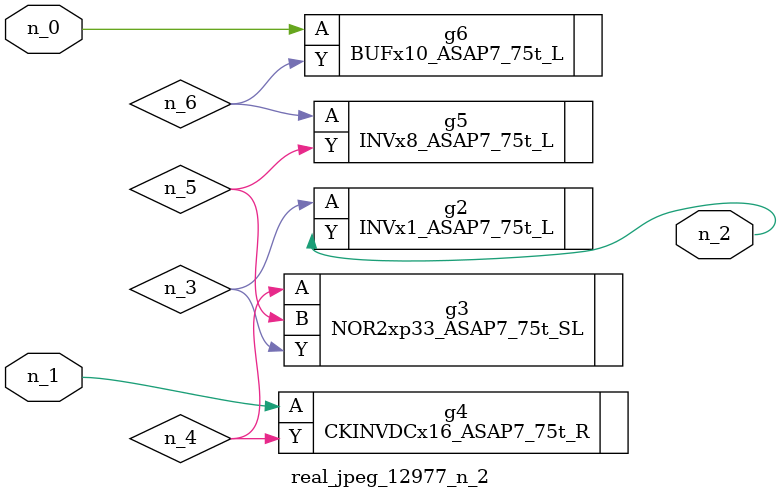
<source format=v>
module real_jpeg_12977_n_2 (n_1, n_0, n_2);

input n_1;
input n_0;

output n_2;

wire n_5;
wire n_4;
wire n_6;
wire n_3;

BUFx10_ASAP7_75t_L g6 ( 
.A(n_0),
.Y(n_6)
);

CKINVDCx16_ASAP7_75t_R g4 ( 
.A(n_1),
.Y(n_4)
);

INVx1_ASAP7_75t_L g2 ( 
.A(n_3),
.Y(n_2)
);

NOR2xp33_ASAP7_75t_SL g3 ( 
.A(n_4),
.B(n_5),
.Y(n_3)
);

INVx8_ASAP7_75t_L g5 ( 
.A(n_6),
.Y(n_5)
);


endmodule
</source>
